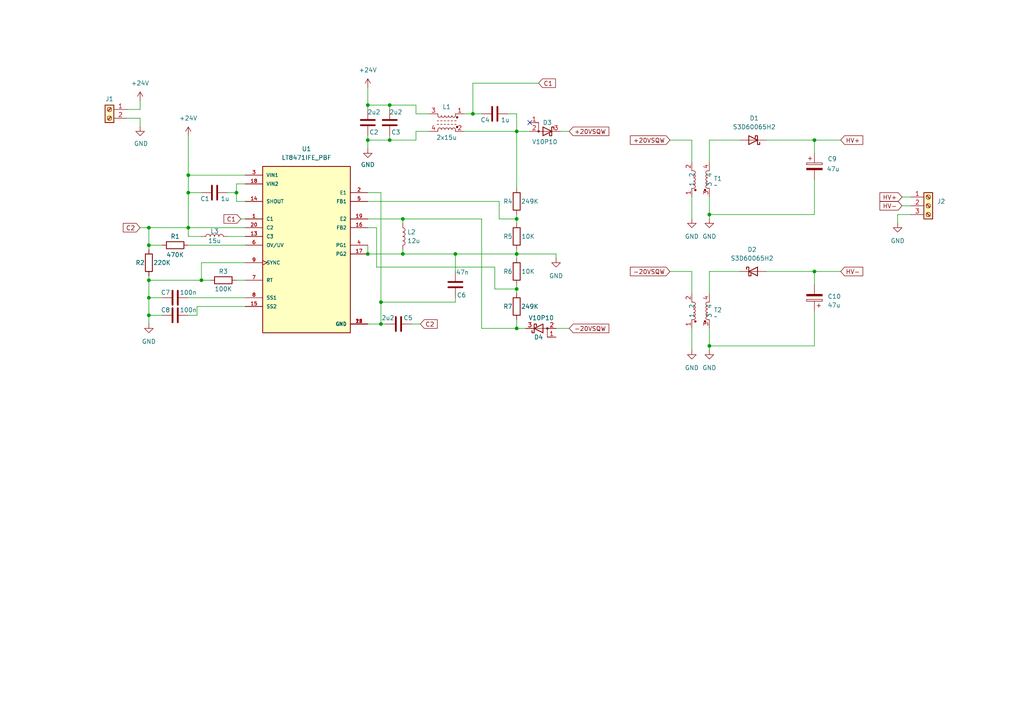
<source format=kicad_sch>
(kicad_sch (version 20250114) (generator "eeschema") (generator_version "9.0")
  (paper "A4")
  (lib_symbols
    (symbol "Connector:Screw_Terminal_01x02" (pin_names (offset 1.016) (hide yes))
      (property "Reference" "J" (at 0 2.54 0))
      (property "Value" "Screw_Terminal_01x02" (at 0 -5.08 0))
      (symbol "Screw_Terminal_01x02_1_1"
        (rectangle (start -1.27 1.27) (end 1.27 -3.81) (stroke (width 0.254)) (fill (type background)))
        (polyline (pts (xy -0.5334 0.3302) (xy 0.3302 -0.508)) (stroke (width 0.1524)))
        (polyline (pts (xy -0.5334 -2.2098) (xy 0.3302 -3.048)) (stroke (width 0.1524)))
        (polyline (pts (xy -0.3556 0.508) (xy 0.508 -0.3302)) (stroke (width 0.1524)))
        (polyline (pts (xy -0.3556 -2.032) (xy 0.508 -2.8702)) (stroke (width 0.1524)))
        (circle (center 0 0) (radius 0.635) (stroke (width 0.1524)))
        (circle (center 0 -2.54) (radius 0.635) (stroke (width 0.1524)))
        (pin passive line (at -5.08 0 0) (length 3.81) (name "Pin_1") (number "1"))
        (pin passive line (at -5.08 -2.54 0) (length 3.81) (name "Pin_2") (number "2"))
      )
    )
    (symbol "Connector:Screw_Terminal_01x03" (pin_names (offset 1.016) (hide yes))
      (property "Reference" "J" (at 0 5.08 0))
      (property "Value" "Screw_Terminal_01x03" (at 0 -5.08 0))
      (symbol "Screw_Terminal_01x03_1_1"
        (rectangle (start -1.27 3.81) (end 1.27 -3.81) (stroke (width 0.254)) (fill (type background)))
        (polyline (pts (xy -0.5334 2.8702) (xy 0.3302 2.032)) (stroke (width 0.1524)))
        (polyline (pts (xy -0.5334 0.3302) (xy 0.3302 -0.508)) (stroke (width 0.1524)))
        (polyline (pts (xy -0.5334 -2.2098) (xy 0.3302 -3.048)) (stroke (width 0.1524)))
        (polyline (pts (xy -0.3556 3.048) (xy 0.508 2.2098)) (stroke (width 0.1524)))
        (polyline (pts (xy -0.3556 0.508) (xy 0.508 -0.3302)) (stroke (width 0.1524)))
        (polyline (pts (xy -0.3556 -2.032) (xy 0.508 -2.8702)) (stroke (width 0.1524)))
        (circle (center 0 2.54) (radius 0.635) (stroke (width 0.1524)))
        (circle (center 0 0) (radius 0.635) (stroke (width 0.1524)))
        (circle (center 0 -2.54) (radius 0.635) (stroke (width 0.1524)))
        (pin passive line (at -5.08 2.54 0) (length 3.81) (name "Pin_1") (number "1"))
        (pin passive line (at -5.08 0 0) (length 3.81) (name "Pin_2") (number "2"))
        (pin passive line (at -5.08 -2.54 0) (length 3.81) (name "Pin_3") (number "3"))
      )
    )
    (symbol "Device:C" (pin_numbers (hide yes)) (pin_names (offset 0.254))
      (property "Reference" "C" (at 0.635 2.54 0))
      (property "Value" "C" (at 0.635 -2.54 0))
      (symbol "C_0_1"
        (polyline (pts (xy -2.032 0.762) (xy 2.032 0.762)) (stroke (width 0.508)))
        (polyline (pts (xy -2.032 -0.762) (xy 2.032 -0.762)) (stroke (width 0.508)))
      )
      (symbol "C_1_1"
        (pin passive line (at 0 3.81 270) (length 2.794) (name "~") (number "1"))
        (pin passive line (at 0 -3.81 90) (length 2.794) (name "~") (number "2"))
      )
    )
    (symbol "Device:C_Polarized" (pin_numbers (hide yes)) (pin_names (offset 0.254))
      (property "Reference" "C" (at 0.635 2.54 0))
      (property "Value" "C_Polarized" (at 0.635 -2.54 0))
      (symbol "C_Polarized_0_1"
        (rectangle (start -2.286 0.508) (end 2.286 1.016))
        (polyline (pts (xy -1.778 2.286) (xy -0.762 2.286)))
        (polyline (pts (xy -1.27 2.794) (xy -1.27 1.778)))
        (rectangle (start 2.286 -0.508) (end -2.286 -1.016) (fill (type outline)))
      )
      (symbol "C_Polarized_1_1"
        (pin passive line (at 0 3.81 270) (length 2.794) (name "~") (number "1"))
        (pin passive line (at 0 -3.81 90) (length 2.794) (name "~") (number "2"))
      )
    )
    (symbol "Device:D_Schottky" (pin_numbers (hide yes)) (pin_names (offset 1.016) (hide yes))
      (property "Reference" "D" (at 0 2.54 0))
      (property "Value" "D_Schottky" (at 0 -2.54 0))
      (symbol "D_Schottky_0_1"
        (polyline (pts (xy -1.905 0.635) (xy -1.905 1.27) (xy -1.27 1.27) (xy -1.27 -1.27) (xy -0.635 -1.27) (xy -0.635 -0.635)) (stroke (width 0.254)))
        (polyline (pts (xy 1.27 1.27) (xy 1.27 -1.27) (xy -1.27 0) (xy 1.27 1.27)) (stroke (width 0.254)))
        (polyline (pts (xy 1.27 0) (xy -1.27 0)))
      )
      (symbol "D_Schottky_1_1"
        (pin passive line (at -3.81 0 0) (length 2.54) (name "K") (number "1"))
        (pin passive line (at 3.81 0 180) (length 2.54) (name "A") (number "2"))
      )
    )
    (symbol "Device:D_Schottky_AAK" (pin_names (offset 0) (hide yes))
      (property "Reference" "D" (at 0 2.54 0))
      (property "Value" "D_Schottky_AAK" (at 0 -2.54 0))
      (symbol "D_Schottky_AAK_0_1"
        (polyline (pts (xy -1.905 0.635) (xy -1.905 1.27) (xy -1.27 1.27) (xy -1.27 -1.27) (xy -0.635 -1.27) (xy -0.635 -0.635)) (stroke (width 0.254)))
        (polyline (pts (xy 1.27 1.27) (xy 1.27 -1.27) (xy -1.27 0) (xy 1.27 1.27)) (stroke (width 0.254)))
        (circle (center 2.54 0) (radius 0.254) (fill (type outline)))
        (polyline (pts (xy 3.81 2.54) (xy 2.54 2.54) (xy 2.54 0) (xy -1.27 0)))
      )
      (symbol "D_Schottky_AAK_1_1"
        (pin passive line (at -3.81 0 0) (length 2.54) (name "K") (number "3"))
        (pin passive line (at 5.08 2.54 180) (length 2.54) (name "A") (number "1"))
        (pin passive line (at 5.08 0 180) (length 2.54) (name "A") (number "2"))
      )
    )
    (symbol "Device:L" (pin_numbers (hide yes)) (pin_names (offset 1.016) (hide yes))
      (property "Reference" "L" (at -1.27 0 90))
      (property "Value" "L" (at 1.905 0 90))
      (symbol "L_0_1"
        (arc (start 0 2.54) (mid 0.6323 1.905) (end 0 1.27))
        (arc (start 0 1.27) (mid 0.6323 0.635) (end 0 0))
        (arc (start 0 0) (mid 0.6323 -0.635) (end 0 -1.27))
        (arc (start 0 -1.27) (mid 0.6323 -1.905) (end 0 -2.54))
      )
      (symbol "L_1_1"
        (pin passive line (at 0 3.81 270) (length 1.27) (name "1") (number "1"))
        (pin passive line (at 0 -3.81 90) (length 1.27) (name "2") (number "2"))
      )
    )
    (symbol "Device:L_Ferrite_Coupled_1324" (pin_names (offset 0.254) (hide yes))
      (property "Reference" "L" (at 0 4.445 0))
      (property "Value" "L_Ferrite_Coupled_1324" (at 0 -4.445 0))
      (symbol "L_Ferrite_Coupled_1324_0_1"
        (circle (center -3.048 1.524) (radius 0.254) (fill (type outline)))
        (circle (center -3.048 -1.27) (radius 0.254) (fill (type outline)))
        (polyline (pts (xy -2.794 0.508) (xy -2.286 0.508)))
        (polyline (pts (xy -2.794 -0.508) (xy -2.286 -0.508)))
        (polyline (pts (xy -2.54 2.032) (xy -2.54 2.54)))
        (polyline (pts (xy -2.54 -2.032) (xy -2.54 -2.54)))
        (arc (start -1.524 2.032) (mid -2.032 1.5262) (end -2.54 2.032))
        (arc (start -2.54 -2.032) (mid -2.032 -1.5262) (end -1.524 -2.032))
        (polyline (pts (xy -1.778 0.508) (xy -1.27 0.508)))
        (polyline (pts (xy -1.778 -0.508) (xy -1.27 -0.508)))
        (arc (start -0.508 2.032) (mid -1.016 1.5262) (end -1.524 2.032))
        (arc (start -1.524 -2.032) (mid -1.016 -1.5262) (end -0.508 -2.032))
        (polyline (pts (xy -0.762 0.508) (xy -0.254 0.508)))
        (polyline (pts (xy -0.762 -0.508) (xy -0.254 -0.508)))
        (arc (start 0.508 2.032) (mid 0 1.5262) (end -0.508 2.032))
        (arc (start -0.508 -2.032) (mid 0 -1.5262) (end 0.508 -2.032))
        (polyline (pts (xy 0.254 0.508) (xy 0.762 0.508)))
        (polyline (pts (xy 0.254 -0.508) (xy 0.762 -0.508)))
        (arc (start 1.524 2.032) (mid 1.016 1.5262) (end 0.508 2.032))
        (arc (start 0.508 -2.032) (mid 1.016 -1.5262) (end 1.524 -2.032))
        (polyline (pts (xy 1.27 0.508) (xy 1.778 0.508)))
        (polyline (pts (xy 1.27 -0.508) (xy 1.778 -0.508)))
        (arc (start 2.54 2.032) (mid 2.032 1.5262) (end 1.524 2.032))
        (arc (start 1.524 -2.032) (mid 2.032 -1.5262) (end 2.54 -2.032))
        (polyline (pts (xy 2.286 0.508) (xy 2.794 0.508)))
        (polyline (pts (xy 2.286 -0.508) (xy 2.794 -0.508)))
        (polyline (pts (xy 2.54 2.54) (xy 2.54 2.032)))
        (polyline (pts (xy 2.54 -2.032) (xy 2.54 -2.54)))
      )
      (symbol "L_Ferrite_Coupled_1324_1_1"
        (pin passive line (at -5.08 2.54 0) (length 2.54) (name "1") (number "1"))
        (pin passive line (at -5.08 -2.54 0) (length 2.54) (name "2") (number "2"))
        (pin passive line (at 5.08 2.54 180) (length 2.54) (name "3") (number "3"))
        (pin passive line (at 5.08 -2.54 180) (length 2.54) (name "4") (number "4"))
      )
    )
    (symbol "Device:R" (pin_numbers (hide yes)) (pin_names (offset 0))
      (property "Reference" "R" (at 2.032 0 90))
      (property "Value" "R" (at 0 0 90))
      (symbol "R_0_1"
        (rectangle (start -1.016 -2.54) (end 1.016 2.54) (stroke (width 0.254)))
      )
      (symbol "R_1_1"
        (pin passive line (at 0 3.81 270) (length 1.27) (name "~") (number "1"))
        (pin passive line (at 0 -3.81 90) (length 1.27) (name "~") (number "2"))
      )
    )
    (symbol "LT8471IFE_PBF:LT8471IFE_PBF" (pin_names (offset 1.016))
      (property "Reference" "U" (at -12.7 24.13 0))
      (property "Value" "LT8471IFE_PBF" (at -12.7 -29.21 0))
      (symbol "LT8471IFE_PBF_0_0"
        (rectangle (start -12.7 -25.4) (end 12.7 22.86) (stroke (width 0.254)) (fill (type background)))
        (pin input line (at -17.78 20.32 0) (length 5.08) (name "VIN1") (number "3"))
        (pin input line (at -17.78 17.78 0) (length 5.08) (name "VIN2") (number "18"))
        (pin output line (at -17.78 12.7 0) (length 5.08) (name "SHOUT") (number "14"))
        (pin input line (at -17.78 7.62 0) (length 5.08) (name "C1") (number "1"))
        (pin input line (at -17.78 5.08 0) (length 5.08) (name "C2") (number "20"))
        (pin input line (at -17.78 2.54 0) (length 5.08) (name "C3") (number "13"))
        (pin input line (at -17.78 0 0) (length 5.08) (name "OV/UV") (number "6"))
        (pin input clock (at -17.78 -5.08 0) (length 5.08) (name "SYNC") (number "9"))
        (pin passive line (at -17.78 -10.16 0) (length 5.08) (name "RT") (number "7"))
        (pin passive line (at -17.78 -15.24 0) (length 5.08) (name "SS1") (number "8"))
        (pin passive line (at -17.78 -17.78 0) (length 5.08) (name "SS2") (number "15"))
        (pin output line (at 17.78 15.24 180) (length 5.08) (name "E1") (number "2"))
        (pin input line (at 17.78 12.7 180) (length 5.08) (name "FB1") (number "5"))
        (pin output line (at 17.78 7.62 180) (length 5.08) (name "E2") (number "19"))
        (pin input line (at 17.78 5.08 180) (length 5.08) (name "FB2") (number "16"))
        (pin input line (at 17.78 0 180) (length 5.08) (name "PG1") (number "4"))
        (pin input line (at 17.78 -2.54 180) (length 5.08) (name "PG2") (number "17"))
        (pin power_in line (at 17.78 -22.86 180) (length 5.08) (name "GND") (number "10"))
        (pin power_in line (at 17.78 -22.86 180) (length 5.08) (name "GND") (number "11"))
        (pin power_in line (at 17.78 -22.86 180) (length 5.08) (name "GND") (number "12"))
        (pin power_in line (at 17.78 -22.86 180) (length 5.08) (name "GND") (number "21"))
      )
    )
    (symbol "Trafa:PLANAR_TRANSFORMER_HYDROPHONE"
      (property "Reference" "T" (at 0 0 0))
      (symbol "PLANAR_TRANSFORMER_HYDROPHONE_0_1"
        (circle (center -3.048 1.524) (radius 0.254) (fill (type outline)))
        (circle (center -3.048 -1.27) (radius 0.254) (fill (type outline)))
        (polyline (pts (xy -2.54 2.032) (xy -2.54 2.54)))
        (polyline (pts (xy -2.54 -2.032) (xy -2.54 -2.54)))
        (arc (start -1.524 2.032) (mid -2.032 1.5262) (end -2.54 2.032))
        (arc (start -2.54 -2.032) (mid -2.032 -1.5262) (end -1.524 -2.032))
        (arc (start -0.508 2.032) (mid -1.016 1.5262) (end -1.524 2.032))
        (arc (start -1.524 -2.032) (mid -1.016 -1.5262) (end -0.508 -2.032))
        (arc (start 0.508 2.032) (mid 0 1.5262) (end -0.508 2.032))
        (arc (start -0.508 -2.032) (mid 0 -1.5262) (end 0.508 -2.032))
        (arc (start 1.524 2.032) (mid 1.016 1.5262) (end 0.508 2.032))
        (arc (start 0.508 -2.032) (mid 1.016 -1.5262) (end 1.524 -2.032))
        (arc (start 2.54 2.032) (mid 2.032 1.5262) (end 1.524 2.032))
        (arc (start 1.524 -2.032) (mid 2.032 -1.5262) (end 2.54 -2.032))
        (polyline (pts (xy 2.54 2.54) (xy 2.54 2.032)))
        (polyline (pts (xy 2.54 -2.032) (xy 2.54 -2.54)))
      )
      (symbol "PLANAR_TRANSFORMER_HYDROPHONE_1_1"
        (pin passive line (at -5.08 2.54 0) (length 2.54) (name "1") (number "1"))
        (pin passive line (at -5.08 -2.54 0) (length 2.54) (name "3") (number "3"))
        (pin passive line (at 5.08 2.54 180) (length 2.54) (name "2") (number "2"))
        (pin passive line (at 5.08 -2.54 180) (length 2.54) (name "4") (number "4"))
      )
    )
    (symbol "power:+24V" (power) (pin_numbers (hide yes)) (pin_names (offset 0) (hide yes))
      (property "Value" "+24V" (at 0 3.556 0))
      (symbol "+24V_0_1"
        (polyline (pts (xy -0.762 1.27) (xy 0 2.54)))
        (polyline (pts (xy 0 2.54) (xy 0.762 1.27)))
        (polyline (pts (xy 0 0) (xy 0 2.54)))
      )
      (symbol "+24V_1_1"
        (pin power_in line (at 0 0 90) (length 0) (name "~") (number "1"))
      )
    )
    (symbol "power:GND" (power) (pin_numbers (hide yes)) (pin_names (offset 0) (hide yes))
      (property "Value" "GND" (at 0 -3.81 0))
      (symbol "GND_0_1"
        (polyline (pts (xy 0 0) (xy 0 -1.27) (xy 1.27 -1.27) (xy 0 -2.54) (xy -1.27 -1.27) (xy 0 -1.27)))
      )
      (symbol "GND_1_1"
        (pin power_in line (at 0 0 270) (length 0) (name "~") (number "1"))
      )
    )
  )
  (junction (at 132.08 73.66))
  (junction (at 113.03 40.64))
  (junction (at 43.18 91.44))
  (junction (at 116.84 73.66))
  (junction (at 54.61 55.88))
  (junction (at 106.68 40.64))
  (junction (at 43.18 71.12))
  (junction (at 54.61 66.04))
  (junction (at 205.74 100.33))
  (junction (at 236.22 40.64))
  (junction (at 58.42 81.28))
  (junction (at 205.74 62.23))
  (junction (at 43.18 81.28))
  (junction (at 149.86 63.5))
  (junction (at 43.18 86.36))
  (junction (at 149.86 38.1))
  (junction (at 113.03 30.48))
  (junction (at 116.84 63.5))
  (junction (at 68.58 55.88))
  (junction (at 54.61 50.8))
  (junction (at 110.49 93.98))
  (junction (at 149.86 83.82))
  (junction (at 110.49 87.63))
  (junction (at 149.86 95.25))
  (junction (at 106.68 73.66))
  (junction (at 137.16 33.02))
  (junction (at 149.86 73.66))
  (junction (at 106.68 30.48))
  (junction (at 43.18 66.04))
  (junction (at 236.22 78.74))
  (no_connect (at 153.67 35.56))
  (wire (pts (xy 236.22 100.33) (xy 205.74 100.33)))
  (wire (pts (xy 43.18 91.44) (xy 43.18 93.98)))
  (wire (pts (xy 110.49 87.63) (xy 110.49 93.98)))
  (wire (pts (xy 261.62 59.69) (xy 264.16 59.69)))
  (wire (pts (xy 205.74 78.74) (xy 214.63 78.74)))
  (wire (pts (xy 205.74 40.64) (xy 205.74 46.99)))
  (wire (pts (xy 106.68 40.64) (xy 106.68 39.37)))
  (wire (pts (xy 147.32 33.02) (xy 149.86 33.02)))
  (wire (pts (xy 54.61 50.8) (xy 71.12 50.8)))
  (wire (pts (xy 43.18 71.12) (xy 43.18 72.39)))
  (wire (pts (xy 149.86 83.82) (xy 149.86 85.09)))
  (wire (pts (xy 106.68 93.98) (xy 110.49 93.98)))
  (wire (pts (xy 106.68 40.64) (xy 106.68 43.18)))
  (wire (pts (xy 205.74 57.15) (xy 205.74 62.23)))
  (wire (pts (xy 120.65 33.02) (xy 124.46 33.02)))
  (wire (pts (xy 236.22 40.64) (xy 236.22 44.45)))
  (wire (pts (xy 106.68 25.4) (xy 106.68 30.48)))
  (wire (pts (xy 43.18 66.04) (xy 54.61 66.04)))
  (wire (pts (xy 139.7 63.5) (xy 139.7 95.25)))
  (wire (pts (xy 54.61 66.04) (xy 71.12 66.04)))
  (wire (pts (xy 54.61 68.58) (xy 58.42 68.58)))
  (wire (pts (xy 40.64 31.75) (xy 40.64 29.21)))
  (wire (pts (xy 66.04 68.58) (xy 71.12 68.58)))
  (wire (pts (xy 106.68 40.64) (xy 113.03 40.64)))
  (wire (pts (xy 110.49 93.98) (xy 111.76 93.98)))
  (wire (pts (xy 106.68 73.66) (xy 116.84 73.66)))
  (wire (pts (xy 58.42 55.88) (xy 54.61 55.88)))
  (wire (pts (xy 36.83 31.75) (xy 40.64 31.75)))
  (wire (pts (xy 120.65 38.1) (xy 124.46 38.1)))
  (wire (pts (xy 149.86 38.1) (xy 149.86 54.61)))
  (wire (pts (xy 57.15 91.44) (xy 54.61 91.44)))
  (wire (pts (xy 205.74 100.33) (xy 205.74 101.6)))
  (wire (pts (xy 144.78 58.42) (xy 144.78 63.5)))
  (wire (pts (xy 113.03 30.48) (xy 113.03 31.75)))
  (wire (pts (xy 149.86 72.39) (xy 149.86 73.66)))
  (wire (pts (xy 149.86 82.55) (xy 149.86 83.82)))
  (wire (pts (xy 58.42 76.2) (xy 58.42 81.28)))
  (wire (pts (xy 156.21 24.13) (xy 137.16 24.13)))
  (wire (pts (xy 161.29 95.25) (xy 165.1 95.25)))
  (wire (pts (xy 205.74 95.25) (xy 205.74 100.33)))
  (wire (pts (xy 54.61 66.04) (xy 54.61 68.58)))
  (wire (pts (xy 113.03 40.64) (xy 113.03 39.37)))
  (wire (pts (xy 132.08 86.36) (xy 132.08 87.63)))
  (wire (pts (xy 68.58 53.34) (xy 71.12 53.34)))
  (wire (pts (xy 149.86 73.66) (xy 149.86 74.93)))
  (wire (pts (xy 58.42 81.28) (xy 60.96 81.28)))
  (wire (pts (xy 139.7 95.25) (xy 149.86 95.25)))
  (wire (pts (xy 149.86 95.25) (xy 152.4 95.25)))
  (wire (pts (xy 57.15 88.9) (xy 57.15 91.44)))
  (wire (pts (xy 54.61 55.88) (xy 54.61 66.04)))
  (wire (pts (xy 36.83 34.29) (xy 40.64 34.29)))
  (wire (pts (xy 43.18 91.44) (xy 46.99 91.44)))
  (wire (pts (xy 40.64 34.29) (xy 40.64 36.83)))
  (wire (pts (xy 205.74 40.64) (xy 214.63 40.64)))
  (wire (pts (xy 200.66 95.25) (xy 200.66 101.6)))
  (wire (pts (xy 161.29 73.66) (xy 161.29 74.93)))
  (wire (pts (xy 149.86 73.66) (xy 161.29 73.66)))
  (wire (pts (xy 54.61 86.36) (xy 71.12 86.36)))
  (wire (pts (xy 236.22 78.74) (xy 236.22 82.55)))
  (wire (pts (xy 222.25 40.64) (xy 236.22 40.64)))
  (wire (pts (xy 43.18 80.01) (xy 43.18 81.28)))
  (wire (pts (xy 236.22 90.17) (xy 236.22 100.33)))
  (wire (pts (xy 137.16 24.13) (xy 137.16 33.02)))
  (wire (pts (xy 236.22 52.07) (xy 236.22 62.23)))
  (wire (pts (xy 264.16 62.23) (xy 260.35 62.23)))
  (wire (pts (xy 144.78 63.5) (xy 149.86 63.5)))
  (wire (pts (xy 149.86 33.02) (xy 149.86 38.1)))
  (wire (pts (xy 194.31 78.74) (xy 200.66 78.74)))
  (wire (pts (xy 137.16 33.02) (xy 139.7 33.02)))
  (wire (pts (xy 200.66 78.74) (xy 200.66 85.09)))
  (wire (pts (xy 43.18 86.36) (xy 46.99 86.36)))
  (wire (pts (xy 116.84 72.39) (xy 116.84 73.66)))
  (wire (pts (xy 134.62 33.02) (xy 137.16 33.02)))
  (wire (pts (xy 43.18 81.28) (xy 58.42 81.28)))
  (wire (pts (xy 261.62 57.15) (xy 264.16 57.15)))
  (wire (pts (xy 132.08 87.63) (xy 110.49 87.63)))
  (wire (pts (xy 106.68 66.04) (xy 109.22 66.04)))
  (wire (pts (xy 143.51 77.47) (xy 143.51 83.82)))
  (wire (pts (xy 205.74 78.74) (xy 205.74 85.09)))
  (wire (pts (xy 106.68 30.48) (xy 113.03 30.48)))
  (wire (pts (xy 43.18 86.36) (xy 43.18 91.44)))
  (wire (pts (xy 134.62 38.1) (xy 149.86 38.1)))
  (wire (pts (xy 106.68 58.42) (xy 144.78 58.42)))
  (wire (pts (xy 43.18 81.28) (xy 43.18 86.36)))
  (wire (pts (xy 200.66 57.15) (xy 200.66 63.5)))
  (wire (pts (xy 109.22 66.04) (xy 109.22 77.47)))
  (wire (pts (xy 54.61 50.8) (xy 54.61 55.88)))
  (wire (pts (xy 110.49 55.88) (xy 110.49 87.63)))
  (wire (pts (xy 106.68 71.12) (xy 106.68 73.66)))
  (wire (pts (xy 54.61 71.12) (xy 71.12 71.12)))
  (wire (pts (xy 116.84 63.5) (xy 116.84 64.77)))
  (wire (pts (xy 149.86 62.23) (xy 149.86 63.5)))
  (wire (pts (xy 68.58 58.42) (xy 71.12 58.42)))
  (wire (pts (xy 106.68 55.88) (xy 110.49 55.88)))
  (wire (pts (xy 68.58 55.88) (xy 68.58 53.34)))
  (wire (pts (xy 132.08 73.66) (xy 149.86 73.66)))
  (wire (pts (xy 236.22 62.23) (xy 205.74 62.23)))
  (wire (pts (xy 119.38 93.98) (xy 121.92 93.98)))
  (wire (pts (xy 68.58 58.42) (xy 68.58 55.88)))
  (wire (pts (xy 222.25 78.74) (xy 236.22 78.74)))
  (wire (pts (xy 46.99 71.12) (xy 43.18 71.12)))
  (wire (pts (xy 200.66 40.64) (xy 200.66 46.99)))
  (wire (pts (xy 194.31 40.64) (xy 200.66 40.64)))
  (wire (pts (xy 162.56 38.1) (xy 165.1 38.1)))
  (wire (pts (xy 236.22 40.64) (xy 243.84 40.64)))
  (wire (pts (xy 205.74 62.23) (xy 205.74 63.5)))
  (wire (pts (xy 236.22 78.74) (xy 243.84 78.74)))
  (wire (pts (xy 66.04 55.88) (xy 68.58 55.88)))
  (wire (pts (xy 71.12 76.2) (xy 58.42 76.2)))
  (wire (pts (xy 116.84 73.66) (xy 132.08 73.66)))
  (wire (pts (xy 106.68 63.5) (xy 116.84 63.5)))
  (wire (pts (xy 69.85 63.5) (xy 71.12 63.5)))
  (wire (pts (xy 120.65 40.64) (xy 120.65 38.1)))
  (wire (pts (xy 113.03 30.48) (xy 120.65 30.48)))
  (wire (pts (xy 149.86 38.1) (xy 153.67 38.1)))
  (wire (pts (xy 106.68 30.48) (xy 106.68 31.75)))
  (wire (pts (xy 54.61 39.37) (xy 54.61 50.8)))
  (wire (pts (xy 149.86 95.25) (xy 149.86 92.71)))
  (wire (pts (xy 109.22 77.47) (xy 143.51 77.47)))
  (wire (pts (xy 120.65 30.48) (xy 120.65 33.02)))
  (wire (pts (xy 71.12 88.9) (xy 57.15 88.9)))
  (wire (pts (xy 116.84 63.5) (xy 139.7 63.5)))
  (wire (pts (xy 143.51 83.82) (xy 149.86 83.82)))
  (wire (pts (xy 113.03 40.64) (xy 120.65 40.64)))
  (wire (pts (xy 40.64 66.04) (xy 43.18 66.04)))
  (wire (pts (xy 43.18 71.12) (xy 43.18 66.04)))
  (wire (pts (xy 149.86 63.5) (xy 149.86 64.77)))
  (wire (pts (xy 132.08 73.66) (xy 132.08 78.74)))
  (wire (pts (xy 260.35 62.23) (xy 260.35 64.77)))
  (wire (pts (xy 68.58 81.28) (xy 71.12 81.28)))
  (global_label "+20VSQW" (shape input) (at 165.1 38.1 0) (property "Intersheetrefs" "${INTERSHEET_REFS}" (effects (hide yes))))
  (global_label "-20VSQW" (shape input) (at 165.1 95.25 0) (property "Intersheetrefs" "${INTERSHEET_REFS}" (effects (hide yes))))
  (global_label "HV-" (shape input) (at 261.62 59.69 180) (property "Intersheetrefs" "${INTERSHEET_REFS}" (effects (hide yes))))
  (global_label "C1" (shape input) (at 69.85 63.5 180) (property "Intersheetrefs" "${INTERSHEET_REFS}" (effects (hide yes))))
  (global_label "HV-" (shape input) (at 243.84 78.74 0) (property "Intersheetrefs" "${INTERSHEET_REFS}" (effects (hide yes))))
  (global_label "HV+" (shape input) (at 243.84 40.64 0) (property "Intersheetrefs" "${INTERSHEET_REFS}" (effects (hide yes))))
  (global_label "HV+" (shape input) (at 261.62 57.15 180) (property "Intersheetrefs" "${INTERSHEET_REFS}" (effects (hide yes))))
  (global_label "C1" (shape input) (at 156.21 24.13 0) (property "Intersheetrefs" "${INTERSHEET_REFS}" (effects (hide yes))))
  (global_label "C2" (shape input) (at 121.92 93.98 0) (property "Intersheetrefs" "${INTERSHEET_REFS}" (effects (hide yes))))
  (global_label "C2" (shape input) (at 40.64 66.04 180) (property "Intersheetrefs" "${INTERSHEET_REFS}" (effects (hide yes))))
  (global_label "-20VSQW" (shape input) (at 194.31 78.74 180) (property "Intersheetrefs" "${INTERSHEET_REFS}" (effects (hide yes))))
  (global_label "+20VSQW" (shape input) (at 194.31 40.64 180) (property "Intersheetrefs" "${INTERSHEET_REFS}" (effects (hide yes))))
  (symbol (lib_id "Connector:Screw_Terminal_01x03") (at 269.24 59.69 0) (unit 1)
    (property "Reference" "J2" (at 271.78 58.4199 0) (effects (justify left)))
    (property "Value" "Screw_Terminal_01x03" (effects (hide yes)))
    (property "Footprint" "TerminalBlock:TerminalBlock_Altech_AK300-3_P5.00mm" (effects (hide yes)))
    (property "Description" "Generic screw terminal, single row, 01x03, script generated (kicad-library-utils/schlib/autogen/connector/)" (effects (hide yes)))
  )
  (symbol (lib_id "Device:C") (at 132.08 82.55 180) (unit 1)
    (property "Reference" "C6" (at 133.858 85.598 0))
    (property "Value" "47n" (at 134.112 78.994 0))
    (property "Footprint" "Capacitor_SMD:C_0603_1608Metric" (effects (hide yes)))
    (property "Description" "Unpolarized capacitor" (effects (hide yes)))
  )
  (symbol (lib_id "Device:C") (at 115.57 93.98 270) (unit 1)
    (property "Reference" "C5" (at 118.364 92.202 90))
    (property "Value" "2u2" (at 112.522 92.202 90))
    (property "Footprint" "Capacitor_SMD:C_1206_3216Metric" (effects (hide yes)))
    (property "Description" "Unpolarized capacitor" (effects (hide yes)))
  )
  (symbol (lib_id "Device:R") (at 149.86 78.74 0) (unit 1)
    (property "Reference" "R6" (at 147.32 78.74 0))
    (property "Value" "10K" (at 153.162 78.74 0))
    (property "Footprint" "Resistor_SMD:R_0603_1608Metric" (effects (hide yes)))
    (property "Description" "Resistor" (effects (hide yes)))
  )
  (symbol (lib_id "Device:R") (at 149.86 68.58 0) (unit 1)
    (property "Reference" "R5" (at 147.32 68.58 0))
    (property "Value" "10K" (at 153.162 68.58 0))
    (property "Footprint" "Resistor_SMD:R_0603_1608Metric" (effects (hide yes)))
    (property "Description" "Resistor" (effects (hide yes)))
  )
  (symbol (lib_id "Device:D_Schottky_AAK") (at 156.21 95.25 0) (mirror x) (unit 1)
    (property "Reference" "D4" (at 156.21 97.79 0))
    (property "Value" "V10P10" (at 156.972 92.202 0))
    (property "Footprint" "Package_TO_SOT_SMD:TO-277A" (effects (hide yes)))
    (property "Description" "Schottky diode, anode on pins 1 and 2" (effects (hide yes)))
  )
  (symbol (lib_id "power:+24V") (at 106.68 25.4 0) (unit 1)
    (property "Reference" "#PWR05" (effects (hide yes)))
    (property "Value" "+24V" (at 106.68 20.32 0))
    (property "Description" "Power symbol creates a global label with name \"+24V\"" (effects (hide yes)))
  )
  (symbol (lib_id "power:GND") (at 260.35 64.77 0) (unit 1)
    (property "Reference" "#PWR012" (effects (hide yes)))
    (property "Value" "GND" (at 260.35 69.85 0))
    (property "Description" "Power symbol creates a global label with name \"GND\" , ground" (effects (hide yes)))
  )
  (symbol (lib_id "Device:C_Polarized") (at 236.22 86.36 180) (unit 1)
    (property "Reference" "C10" (at 240.03 85.9789 0) (effects (justify right)))
    (property "Value" "47u" (at 240.03 88.5189 0) (effects (justify right)))
    (property "Footprint" "Capacitor_SMD:CP_Elec_16x17.5" (effects (hide yes)))
    (property "Description" "Polarized capacitor" (effects (hide yes)))
  )
  (symbol (lib_id "Device:L_Ferrite_Coupled_1324") (at 129.54 35.56 0) (mirror y) (unit 1)
    (property "Reference" "L1" (at 129.54 30.988 0))
    (property "Value" "2x15u" (at 129.54 39.878 0))
    (property "Footprint" "Inductor_SMD:L_Wuerth_WE-DD-Typ-M-Typ-S" (effects (hide yes)))
    (property "Description" "Coupled inductor with ferrite core" (effects (hide yes)))
  )
  (symbol (lib_id "Device:D_Schottky") (at 218.44 78.74 0) (unit 1)
    (property "Reference" "D2" (at 218.1225 72.39 0))
    (property "Value" "S3D60065H2" (at 218.1225 74.93 0))
    (property "Footprint" "Package_TO_SOT_THT:TO-247-2_Horizontal_TabDown" (effects (hide yes)))
    (property "Description" "Schottky diode" (effects (hide yes)))
  )
  (symbol (lib_id "Device:C") (at 113.03 35.56 180) (unit 1)
    (property "Reference" "C3" (at 114.808 38.354 0))
    (property "Value" "2u2" (at 114.808 32.512 0))
    (property "Footprint" "Capacitor_SMD:C_1206_3216Metric" (effects (hide yes)))
    (property "Description" "Unpolarized capacitor" (effects (hide yes)))
  )
  (symbol (lib_id "power:+24V") (at 40.64 29.21 0) (unit 1)
    (property "Reference" "#PWR08" (effects (hide yes)))
    (property "Value" "+24V" (at 40.64 24.13 0))
    (property "Description" "Power symbol creates a global label with name \"+24V\"" (effects (hide yes)))
  )
  (symbol (lib_id "Device:R") (at 50.8 71.12 90) (unit 1)
    (property "Reference" "R1" (at 50.8 68.58 90))
    (property "Value" "470K" (at 50.8 73.914 90))
    (property "Footprint" "Resistor_SMD:R_0603_1608Metric" (effects (hide yes)))
    (property "Description" "Resistor" (effects (hide yes)))
  )
  (symbol (lib_id "Trafa:PLANAR_TRANSFORMER_HYDROPHONE") (at 203.2 52.07 90) (unit 1)
    (property "Reference" "T1" (at 207.01 51.8159 90) (effects (justify right)))
    (property "Value" "~" (at 207.01 53.721 90) (effects (justify right)))
    (property "Footprint" "Trafa:PLANAR_HYDROPHONE_TRANSFORMER" (effects (hide yes)))
  )
  (symbol (lib_id "Trafa:PLANAR_TRANSFORMER_HYDROPHONE") (at 203.2 90.17 90) (unit 1)
    (property "Reference" "T2" (at 207.01 89.9159 90) (effects (justify right)))
    (property "Value" "~" (at 207.01 91.821 90) (effects (justify right)))
    (property "Footprint" "Trafa:PLANAR_HYDROPHONE_TRANSFORMER" (effects (hide yes)))
  )
  (symbol (lib_id "Device:C") (at 50.8 91.44 90) (unit 1)
    (property "Reference" "C8" (at 48.006 89.916 90))
    (property "Value" "100n" (at 54.61 89.916 90))
    (property "Footprint" "Capacitor_SMD:C_0603_1608Metric" (effects (hide yes)))
    (property "Description" "Unpolarized capacitor" (effects (hide yes)))
  )
  (symbol (lib_id "Device:R") (at 149.86 58.42 0) (unit 1)
    (property "Reference" "R4" (at 147.32 58.42 0))
    (property "Value" "249K" (at 153.67 58.42 0))
    (property "Footprint" "Resistor_SMD:R_0603_1608Metric" (effects (hide yes)))
    (property "Description" "Resistor" (effects (hide yes)))
  )
  (symbol (lib_id "power:GND") (at 205.74 101.6 0) (unit 1)
    (property "Reference" "#PWR011" (effects (hide yes)))
    (property "Value" "GND" (at 205.74 106.68 0))
    (property "Description" "Power symbol creates a global label with name \"GND\" , ground" (effects (hide yes)))
  )
  (symbol (lib_id "Device:R") (at 43.18 76.2 0) (unit 1)
    (property "Reference" "R2" (at 40.64 76.2 0))
    (property "Value" "220K" (at 46.99 76.2 0))
    (property "Footprint" "Resistor_SMD:R_0603_1608Metric" (effects (hide yes)))
    (property "Description" "Resistor" (effects (hide yes)))
  )
  (symbol (lib_id "power:GND") (at 106.68 43.18 0) (unit 1)
    (property "Reference" "#PWR04" (effects (hide yes)))
    (property "Value" "GND" (at 106.68 47.752 0))
    (property "Description" "Power symbol creates a global label with name \"GND\" , ground" (effects (hide yes)))
  )
  (symbol (lib_id "Connector:Screw_Terminal_01x02") (at 31.75 31.75 0) (mirror y) (unit 1)
    (property "Reference" "J1" (at 31.75 28.702 0))
    (property "Value" "Screw_Terminal_01x02" (effects (hide yes)))
    (property "Footprint" "TerminalBlock:TerminalBlock_Altech_AK300-2_P5.00mm" (effects (hide yes)))
    (property "Description" "Generic screw terminal, single row, 01x02, script generated (kicad-library-utils/schlib/autogen/connector/)" (effects (hide yes)))
  )
  (symbol (lib_id "Device:R") (at 64.77 81.28 90) (unit 1)
    (property "Reference" "R3" (at 64.77 78.74 90))
    (property "Value" "100K" (at 64.77 83.82 90))
    (property "Footprint" "Resistor_SMD:R_0805_2012Metric" (effects (hide yes)))
    (property "Description" "Resistor" (effects (hide yes)))
  )
  (symbol (lib_id "Device:L") (at 116.84 68.58 0) (unit 1)
    (property "Reference" "L2" (at 118.11 67.3099 0) (effects (justify left)))
    (property "Value" "12u" (at 118.11 69.8499 0) (effects (justify left)))
    (property "Footprint" "Inductor_SMD:L_12x12mm_H8mm" (effects (hide yes)))
    (property "Description" "Inductor" (effects (hide yes)))
  )
  (symbol (lib_id "Device:C") (at 50.8 86.36 90) (unit 1)
    (property "Reference" "C7" (at 48.006 84.836 90))
    (property "Value" "100n" (at 54.61 84.836 90))
    (property "Footprint" "Capacitor_SMD:C_0603_1608Metric" (effects (hide yes)))
    (property "Description" "Unpolarized capacitor" (effects (hide yes)))
  )
  (symbol (lib_id "power:GND") (at 200.66 101.6 0) (unit 1)
    (property "Reference" "#PWR010" (effects (hide yes)))
    (property "Value" "GND" (at 200.66 106.68 0))
    (property "Description" "Power symbol creates a global label with name \"GND\" , ground" (effects (hide yes)))
  )
  (symbol (lib_id "Device:C") (at 143.51 33.02 90) (unit 1)
    (property "Reference" "C4" (at 140.716 34.798 90))
    (property "Value" "1u" (at 146.558 34.798 90))
    (property "Footprint" "Capacitor_SMD:C_1206_3216Metric" (effects (hide yes)))
    (property "Description" "Unpolarized capacitor" (effects (hide yes)))
  )
  (symbol (lib_id "power:GND") (at 40.64 36.83 0) (unit 1)
    (property "Reference" "#PWR09" (effects (hide yes)))
    (property "Value" "GND" (at 40.894 41.656 0))
    (property "Description" "Power symbol creates a global label with name \"GND\" , ground" (effects (hide yes)))
  )
  (symbol (lib_id "power:GND") (at 200.66 63.5 0) (unit 1)
    (property "Reference" "#PWR06" (effects (hide yes)))
    (property "Value" "GND" (at 200.66 68.58 0))
    (property "Description" "Power symbol creates a global label with name \"GND\" , ground" (effects (hide yes)))
  )
  (symbol (lib_id "power:GND") (at 43.18 93.98 0) (unit 1)
    (property "Reference" "#PWR02" (effects (hide yes)))
    (property "Value" "GND" (at 43.18 99.06 0))
    (property "Description" "Power symbol creates a global label with name \"GND\" , ground" (effects (hide yes)))
  )
  (symbol (lib_id "Device:C") (at 62.23 55.88 90) (unit 1)
    (property "Reference" "C1" (at 59.436 57.658 90))
    (property "Value" "1u" (at 65.278 57.658 90))
    (property "Footprint" "Capacitor_SMD:C_1206_3216Metric" (effects (hide yes)))
    (property "Description" "Unpolarized capacitor" (effects (hide yes)))
  )
  (symbol (lib_id "power:GND") (at 205.74 63.5 0) (unit 1)
    (property "Reference" "#PWR07" (effects (hide yes)))
    (property "Value" "GND" (at 205.74 68.58 0))
    (property "Description" "Power symbol creates a global label with name \"GND\" , ground" (effects (hide yes)))
  )
  (symbol (lib_id "LT8471IFE_PBF:LT8471IFE_PBF") (at 88.9 71.12 0) (unit 1)
    (property "Reference" "U1" (at 88.9 43.18 0))
    (property "Value" "LT8471IFE_PBF" (at 88.9 45.72 0))
    (property "Footprint" "footprints:SOP65P640X120-21N" (effects (hide yes)))
    (property "MF" "Analog Devices" (effects (hide yes)))
    (property "MAXIMUM_PACKAGE_HEIGHT" "1.2 mm" (effects (hide yes)))
    (property "Package" "TSSOP-20 Linear Technology" (effects (hide yes)))
    (property "Price" "None" (effects (hide yes)))
    (property "Check_prices" "https://www.snapeda.com/parts/LT8471IFE%23PBF/Analog+Devices/view-part/?ref=eda" (effects (hide yes)))
    (property "STANDARD" "IPC-7351B" (effects (hide yes)))
    (property "PARTREV" "D" (effects (hide yes)))
    (property "SnapEDA_Link" "https://www.snapeda.com/parts/LT8471IFE%23PBF/Analog+Devices/view-part/?ref=snap" (effects (hide yes)))
    (property "MP" "LT8471IFE#PBF" (effects (hide yes)))
    (property "Description_1" "Buck, Boost, Flyback, SEPIC Switching Regulator IC Positive or Negative Adjustable 2.6V 2 Output 1.35A (Switch), 2.1A (Switch) 20-TSSOP (0.173, 4.40mm Width) Exposed Pad" (effects (hide yes)))
    (property "Availability" "In Stock" (effects (hide yes)))
    (property "MANUFACTURER" "Analog Devices" (effects (hide yes)))
  )
  (symbol (lib_id "power:+24V") (at 54.61 39.37 0) (unit 1)
    (property "Reference" "#PWR03" (effects (hide yes)))
    (property "Value" "+24V" (at 54.61 34.29 0))
    (property "Description" "Power symbol creates a global label with name \"+24V\"" (effects (hide yes)))
  )
  (symbol (lib_id "Device:C") (at 106.68 35.56 180) (unit 1)
    (property "Reference" "C2" (at 108.458 38.354 0))
    (property "Value" "2u2" (at 108.458 32.512 0))
    (property "Footprint" "Capacitor_SMD:C_1206_3216Metric" (effects (hide yes)))
    (property "Description" "Unpolarized capacitor" (effects (hide yes)))
  )
  (symbol (lib_id "Device:D_Schottky") (at 218.44 40.64 180) (unit 1)
    (property "Reference" "D1" (at 218.7575 34.29 0))
    (property "Value" "S3D60065H2" (at 218.7575 36.83 0))
    (property "Footprint" "Package_TO_SOT_THT:TO-247-2_Horizontal_TabDown" (effects (hide yes)))
    (property "Description" "Schottky diode" (effects (hide yes)))
  )
  (symbol (lib_id "Device:L") (at 62.23 68.58 90) (unit 1)
    (property "Reference" "L3" (at 62.23 67.056 90))
    (property "Value" "15u" (at 62.23 69.85 90))
    (property "Footprint" "Inductor_SMD:L_7.3x7.3_H4.5" (effects (hide yes)))
    (property "Description" "Inductor" (effects (hide yes)))
  )
  (symbol (lib_id "Device:D_Schottky_AAK") (at 158.75 38.1 0) (mirror y) (unit 1)
    (property "Reference" "D3" (at 158.75 35.56 0))
    (property "Value" "V10P10" (at 157.988 41.148 0))
    (property "Footprint" "Package_TO_SOT_SMD:TO-277A" (effects (hide yes)))
    (property "Description" "Schottky diode, anode on pins 1 and 2" (effects (hide yes)))
  )
  (symbol (lib_id "Device:R") (at 149.86 88.9 0) (unit 1)
    (property "Reference" "R7" (at 147.32 88.9 0))
    (property "Value" "249K" (at 153.67 88.9 0))
    (property "Footprint" "Resistor_SMD:R_0603_1608Metric" (effects (hide yes)))
    (property "Description" "Resistor" (effects (hide yes)))
  )
  (symbol (lib_id "power:GND") (at 161.29 74.93 0) (unit 1)
    (property "Reference" "#PWR01" (effects (hide yes)))
    (property "Value" "GND" (at 161.29 80.01 0))
    (property "Description" "Power symbol creates a global label with name \"GND\" , ground" (effects (hide yes)))
  )
  (symbol (lib_id "Device:C_Polarized") (at 236.22 48.26 0) (unit 1)
    (property "Reference" "C9" (at 240.03 46.1009 0) (effects (justify left)))
    (property "Value" "47u" (at 239.776 49.022 0) (effects (justify left)))
    (property "Footprint" "Capacitor_SMD:CP_Elec_16x17.5" (effects (hide yes)))
    (property "Description" "Polarized capacitor" (effects (hide yes)))
  )
)
</source>
